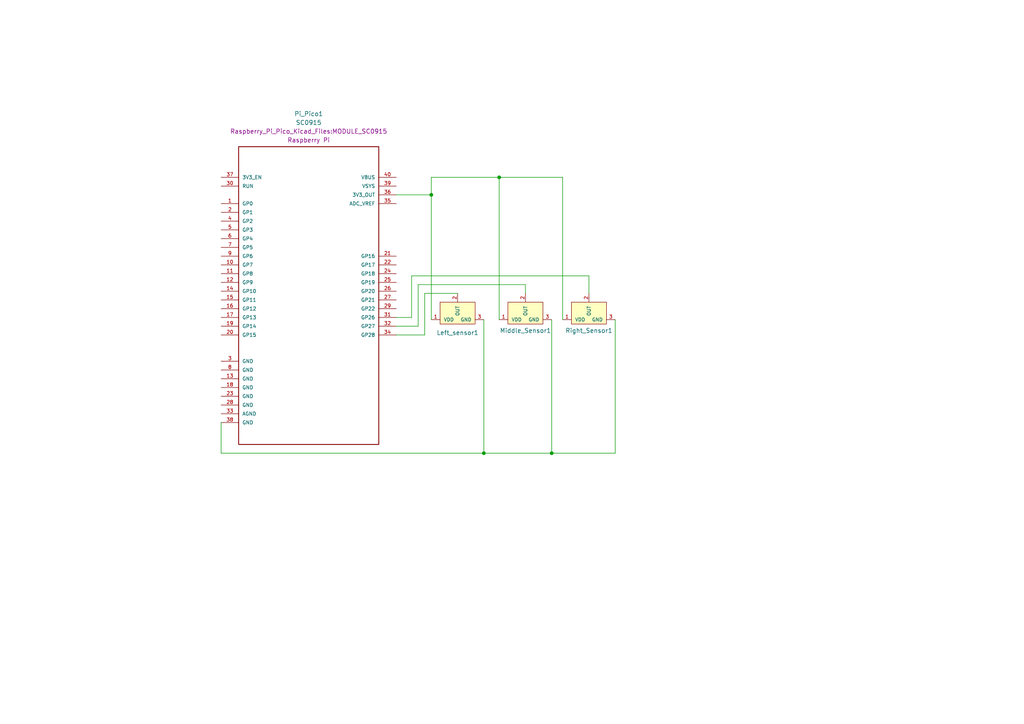
<source format=kicad_sch>
(kicad_sch (version 20230121) (generator eeschema)
  (paper "A4")
  (lib_symbols
    (symbol "49e:Hall_Sensor" (pin_names (offset 1.016))
      (property "Reference" "U?" (at -4.5212 0.9652 0))
      (symbol "Hall_Sensor_0_1"
        (rectangle (start -3.81 5.08) (end 2.54 -5.08) (fill (type background)))
      )
      (symbol "Hall_Sensor_1_1"
        (pin power_in line (at -2.54 7.62 270) (length 2.54) (name "VDD") (number "1"))
        (pin output line (at 5.08 0 180) (length 2.54) (name "OUT") (number "2"))
        (pin power_in line (at -2.54 -7.62 90) (length 2.54) (name "GND") (number "3"))
      )
    )
    (symbol "Raspberry_Pi_Pico_SC0915:SC0915" (pin_names (offset 1.016))
      (property "Reference" "A1" (at 0 50.8 0))
      (property "Value" "SC0915" (at 0 48.26 0))
      (property "Footprint" "RaspberryPi:MODULE_SC0915" (at -12.7 -46.99 0))
      (property "manufacturer" "Raspberry Pi" (at 0 45.72 0))
      (symbol "SC0915_0_0"
        (rectangle (start -20.32 -43.18) (end 20.32 43.18) (stroke (width 0.254)))
        (pin bidirectional line (at -25.4 26.67 0) (length 5.08) (name "GP0") (number "1"))
        (pin bidirectional line (at -25.4 8.89 0) (length 5.08) (name "GP7") (number "10"))
        (pin bidirectional line (at -25.4 6.35 0) (length 5.08) (name "GP8") (number "11"))
        (pin bidirectional line (at -25.4 3.81 0) (length 5.08) (name "GP9") (number "12"))
        (pin power_in line (at -25.4 -24.13 0) (length 5.08) (name "GND") (number "13"))
        (pin bidirectional line (at -25.4 1.27 0) (length 5.08) (name "GP10") (number "14"))
        (pin bidirectional line (at -25.4 -1.27 0) (length 5.08) (name "GP11") (number "15"))
        (pin bidirectional line (at -25.4 -3.81 0) (length 5.08) (name "GP12") (number "16"))
        (pin bidirectional line (at -25.4 -6.35 0) (length 5.08) (name "GP13") (number "17"))
        (pin power_in line (at -25.4 -26.67 0) (length 5.08) (name "GND") (number "18"))
        (pin bidirectional line (at -25.4 -8.89 0) (length 5.08) (name "GP14") (number "19"))
        (pin bidirectional line (at -25.4 24.13 0) (length 5.08) (name "GP1") (number "2"))
        (pin bidirectional line (at -25.4 -11.43 0) (length 5.08) (name "GP15") (number "20"))
        (pin bidirectional line (at 25.4 11.43 180) (length 5.08) (name "GP16") (number "21"))
        (pin bidirectional line (at 25.4 8.89 180) (length 5.08) (name "GP17") (number "22"))
        (pin power_in line (at -25.4 -29.21 0) (length 5.08) (name "GND") (number "23"))
        (pin bidirectional line (at 25.4 6.35 180) (length 5.08) (name "GP18") (number "24"))
        (pin bidirectional line (at 25.4 3.81 180) (length 5.08) (name "GP19") (number "25"))
        (pin bidirectional line (at 25.4 1.27 180) (length 5.08) (name "GP20") (number "26"))
        (pin bidirectional line (at 25.4 -1.27 180) (length 5.08) (name "GP21") (number "27"))
        (pin power_in line (at -25.4 -31.75 0) (length 5.08) (name "GND") (number "28"))
        (pin bidirectional line (at 25.4 -3.81 180) (length 5.08) (name "GP22") (number "29"))
        (pin power_in line (at -25.4 -19.05 0) (length 5.08) (name "GND") (number "3"))
        (pin input line (at -25.4 31.75 0) (length 5.08) (name "RUN") (number "30"))
        (pin bidirectional line (at 25.4 -6.35 180) (length 5.08) (name "GP26") (number "31"))
        (pin bidirectional line (at 25.4 -8.89 180) (length 5.08) (name "GP27") (number "32"))
        (pin power_in line (at -25.4 -34.29 0) (length 5.08) (name "AGND") (number "33"))
        (pin bidirectional line (at 25.4 -11.43 180) (length 5.08) (name "GP28") (number "34"))
        (pin power_in line (at 25.4 26.67 180) (length 5.08) (name "ADC_VREF") (number "35"))
        (pin power_in line (at 25.4 29.21 180) (length 5.08) (name "3V3_OUT") (number "36"))
        (pin input line (at -25.4 34.29 0) (length 5.08) (name "3V3_EN") (number "37"))
        (pin power_in line (at -25.4 -36.83 0) (length 5.08) (name "GND") (number "38"))
        (pin free line (at 25.4 31.75 180) (length 5.08) (name "VSYS") (number "39"))
        (pin bidirectional line (at -25.4 21.59 0) (length 5.08) (name "GP2") (number "4"))
        (pin free line (at 25.4 34.29 180) (length 5.08) (name "VBUS") (number "40"))
        (pin bidirectional line (at -25.4 19.05 0) (length 5.08) (name "GP3") (number "5"))
        (pin bidirectional line (at -25.4 16.51 0) (length 5.08) (name "GP4") (number "6"))
        (pin bidirectional line (at -25.4 13.97 0) (length 5.08) (name "GP5") (number "7"))
        (pin power_in line (at -25.4 -21.59 0) (length 5.08) (name "GND") (number "8"))
        (pin bidirectional line (at -25.4 11.43 0) (length 5.08) (name "GP6") (number "9"))
      )
    )
  )
  (junction (at 125.095 56.515))
  (junction (at 144.78 51.435))
  (junction (at 140.335 131.445))
  (junction (at 160.02 131.445))
  (wire (pts (xy 125.095 51.435) (xy 125.095 56.515)))
  (wire (pts (xy 114.935 92.075) (xy 119.38 92.075)))
  (wire (pts (xy 114.935 94.615) (xy 121.285 94.615)))
  (wire (pts (xy 160.02 131.445) (xy 140.335 131.445)))
  (wire (pts (xy 114.935 56.515) (xy 125.095 56.515)))
  (wire (pts (xy 64.135 131.445) (xy 64.135 122.555)))
  (wire (pts (xy 144.78 92.71) (xy 144.78 51.435)))
  (wire (pts (xy 163.195 92.71) (xy 163.195 51.435)))
  (wire (pts (xy 119.38 80.01) (xy 119.38 92.075)))
  (wire (pts (xy 114.935 97.155) (xy 123.19 97.155)))
  (wire (pts (xy 152.4 82.55) (xy 121.285 82.55)))
  (wire (pts (xy 140.335 92.71) (xy 140.335 131.445)))
  (wire (pts (xy 152.4 82.55) (xy 152.4 85.09)))
  (wire (pts (xy 170.815 80.01) (xy 170.815 85.09)))
  (wire (pts (xy 140.335 131.445) (xy 64.135 131.445)))
  (wire (pts (xy 178.435 92.71) (xy 178.435 131.445)))
  (wire (pts (xy 123.19 85.09) (xy 123.19 97.155)))
  (wire (pts (xy 160.02 92.71) (xy 160.02 131.445)))
  (wire (pts (xy 121.285 82.55) (xy 121.285 94.615)))
  (wire (pts (xy 132.715 85.09) (xy 123.19 85.09)))
  (wire (pts (xy 163.195 51.435) (xy 144.78 51.435)))
  (wire (pts (xy 178.435 131.445) (xy 160.02 131.445)))
  (wire (pts (xy 144.78 51.435) (xy 125.095 51.435)))
  (wire (pts (xy 125.095 56.515) (xy 125.095 92.71)))
  (wire (pts (xy 170.815 80.01) (xy 119.38 80.01)))
  (symbol (lib_id "49e:Hall_Sensor") (at 152.4 90.17 90) (unit 1)
    (property "Reference" "Middle_Sensor1" (at 152.4 95.885 90))
    (property "Value" "Hall_Sensor" (effects hide))
    (property "Footprint" "Package_TO_SOT_SMD:SOT-23" (effects hide))
    (property "LCSC Part" "C266230" (effects hide))
    (property "MPN" "GH39FKSW" (effects hide))
    (property "Notes" "Alternate part: OH49E-S (C85573)" (effects hide))
  )
  (symbol (lib_id "49e:Hall_Sensor") (at 170.815 90.17 90) (unit 1)
    (property "Reference" "Right_Sensor1" (at 170.815 95.885 90))
    (property "Value" "Hall_Sensor" (effects hide))
    (property "Footprint" "Package_TO_SOT_SMD:SOT-23" (effects hide))
    (property "LCSC Part" "C266230" (effects hide))
    (property "MPN" "GH39FKSW" (effects hide))
    (property "Notes" "Alternate part: OH49E-S (C85573)" (effects hide))
  )
  (symbol (lib_id "Raspberry_Pi_Pico_SC0915:SC0915") (at 89.535 85.725 0) (unit 1)
    (property "Reference" "Pi_Pico1" (at 89.535 33.02 0))
    (property "Value" "SC0915" (at 89.535 35.56 0))
    (property "Footprint" "Raspberry_Pi_Pico_Kicad_Files:MODULE_SC0915" (at 89.535 38.1 0))
    (property "Datasheet" "https://datasheets.raspberrypi.com/pico/pico-datasheet.pdf" (effects hide))
    (property "manufacturer" "Raspberry Pi" (at 89.535 40.64 0))
    (property "P/N" "SC0915" (effects hide))
    (property "PARTREV" "1.6" (effects hide))
    (property "MAXIMUM_PACKAGE_HEIGHT" "3.73mm" (effects hide))
  )
  (symbol (lib_id "49e:Hall_Sensor") (at 132.715 90.17 90) (unit 1)
    (property "Reference" "Left_sensor1" (at 132.715 96.52 90))
    (property "Value" "Hall_Sensor" (effects hide))
    (property "Footprint" "Package_TO_SOT_SMD:SOT-23" (effects hide))
    (property "LCSC Part" "C266230" (effects hide))
    (property "MPN" "GH39FKSW" (effects hide))
    (property "Notes" "Alternate part: OH49E-S (C85573)" (effects hide))
  )
)
</source>
